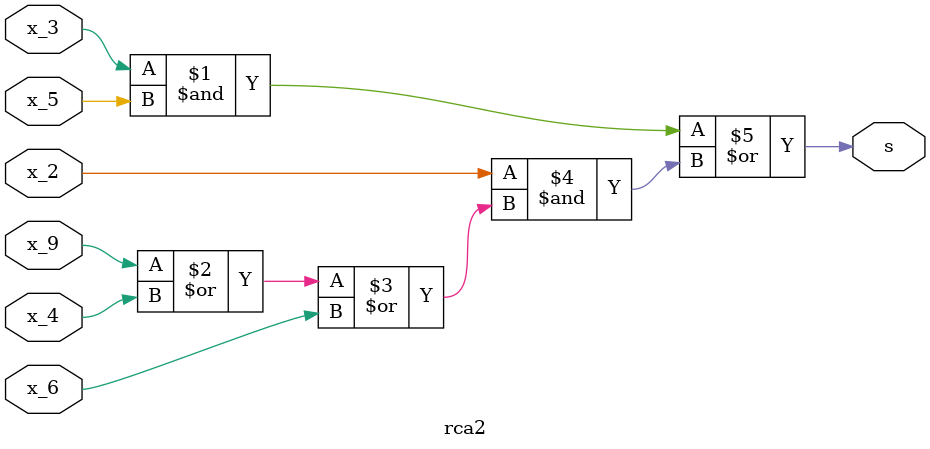
<source format=v>
module rca2 (x_2 ,x_3, x_4, x_5, x_6, x_9, s);
//-------------Input Ports Declarations-----------------------------
input x_2 ,x_3, x_4, x_5, x_6, x_9;
//-------------Output Ports Declarations-----------------------------
output s;
//-------------Logic-----------------------------------------------
assign s = ((x_3 & x_5) | (x_2 & (x_9 | x_4 | x_6)));
endmodule

</source>
